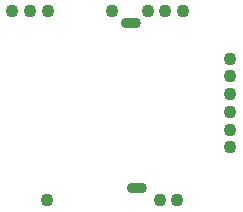
<source format=gbr>
%TF.GenerationSoftware,KiCad,Pcbnew,(5.1.6-0-10_14)*%
%TF.CreationDate,2020-10-31T13:09:24+09:00*%
%TF.ProjectId,RF920A,52463932-3041-42e6-9b69-6361645f7063,rev?*%
%TF.SameCoordinates,Original*%
%TF.FileFunction,Soldermask,Bot*%
%TF.FilePolarity,Negative*%
%FSLAX46Y46*%
G04 Gerber Fmt 4.6, Leading zero omitted, Abs format (unit mm)*
G04 Created by KiCad (PCBNEW (5.1.6-0-10_14)) date 2020-10-31 13:09:24*
%MOMM*%
%LPD*%
G01*
G04 APERTURE LIST*
%ADD10O,1.700000X0.900000*%
%ADD11C,1.100000*%
G04 APERTURE END LIST*
D10*
%TO.C,U7*%
X162125000Y-106970000D03*
X161550000Y-92970000D03*
%TD*%
D11*
%TO.C,J19*%
X154530000Y-92000000D03*
%TD*%
%TO.C,J17*%
X170000000Y-103500000D03*
%TD*%
%TO.C,J16*%
X170000000Y-102000000D03*
%TD*%
%TO.C,J14*%
X165500000Y-108000000D03*
%TD*%
%TO.C,J13*%
X164000000Y-108000000D03*
%TD*%
%TO.C,J12*%
X153030000Y-92000000D03*
%TD*%
%TO.C,J11*%
X151530000Y-92000000D03*
%TD*%
%TO.C,J10*%
X170000000Y-96000000D03*
%TD*%
%TO.C,J9*%
X166000000Y-92000000D03*
%TD*%
%TO.C,J8*%
X164500000Y-92000000D03*
%TD*%
%TO.C,J7*%
X163000000Y-92000000D03*
%TD*%
%TO.C,J6*%
X170000000Y-97500000D03*
%TD*%
%TO.C,J5*%
X170000000Y-99000000D03*
%TD*%
%TO.C,J4*%
X170000000Y-100500000D03*
%TD*%
%TO.C,J2*%
X160000000Y-92000000D03*
%TD*%
%TO.C,J1*%
X154500000Y-108000000D03*
%TD*%
M02*

</source>
